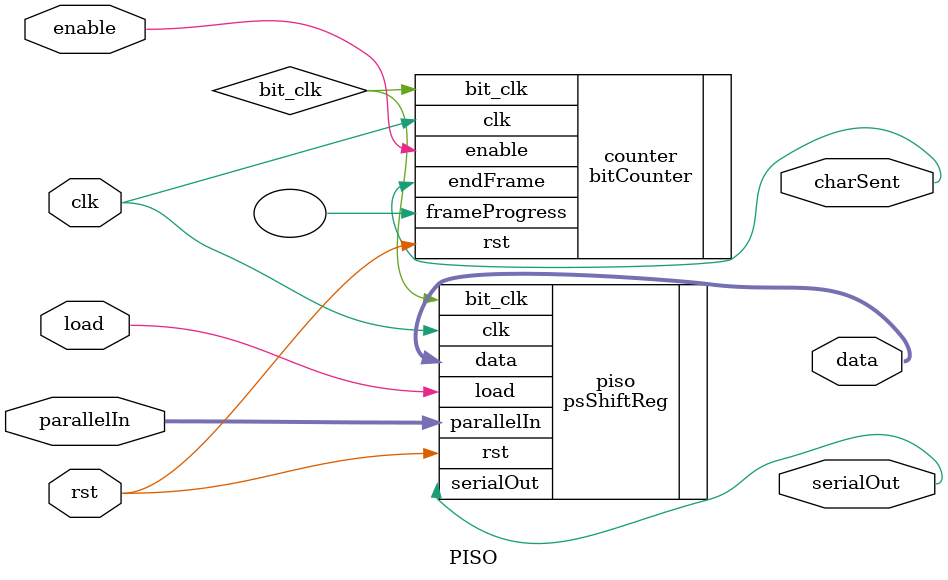
<source format=v>
module PISO(data, charSent, serialOut, parallelIn, load, enable, clk, rst);
	input			clk, rst,				// 16xdata rate clk
					load, enable;
	input [7:0]		parallelIn;
	output			serialOut, charSent;
	output [10:0]	data;

	wire bit_clk;
	bitCounter #(10) counter (.frameProgress(), .endFrame(charSent), .bit_clk(bit_clk), .enable(enable), .clk(clk), .rst(rst));
	psShiftReg piso (.data(data), .serialOut(serialOut), .parallelIn(parallelIn), .load(load), .bit_clk(bit_clk), .clk(clk), .rst(rst));
endmodule

</source>
